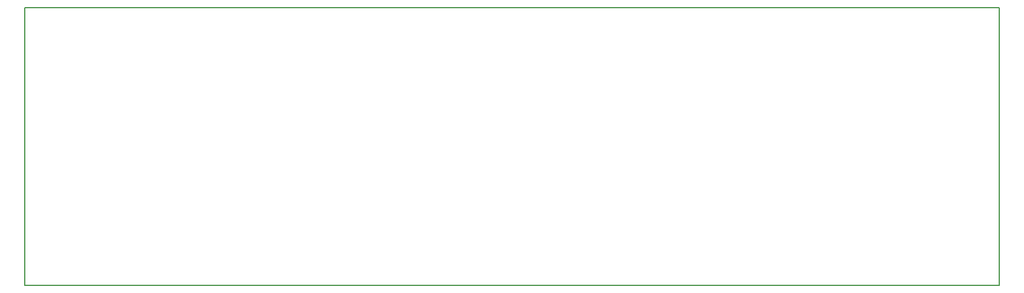
<source format=gbr>
%TF.GenerationSoftware,KiCad,Pcbnew,7.0.7-7.0.7~ubuntu22.04.1*%
%TF.CreationDate,2023-10-01T18:15:33+02:00*%
%TF.ProjectId,linesensor_v3,6c696e65-7365-46e7-936f-725f76332e6b,rev?*%
%TF.SameCoordinates,Original*%
%TF.FileFunction,Profile,NP*%
%FSLAX46Y46*%
G04 Gerber Fmt 4.6, Leading zero omitted, Abs format (unit mm)*
G04 Created by KiCad (PCBNEW 7.0.7-7.0.7~ubuntu22.04.1) date 2023-10-01 18:15:33*
%MOMM*%
%LPD*%
G01*
G04 APERTURE LIST*
%TA.AperFunction,Profile*%
%ADD10C,0.150000*%
%TD*%
G04 APERTURE END LIST*
D10*
X50000000Y-60000000D02*
X190000000Y-60000000D01*
X190000000Y-100000000D01*
X50000000Y-100000000D01*
X50000000Y-60000000D01*
M02*

</source>
